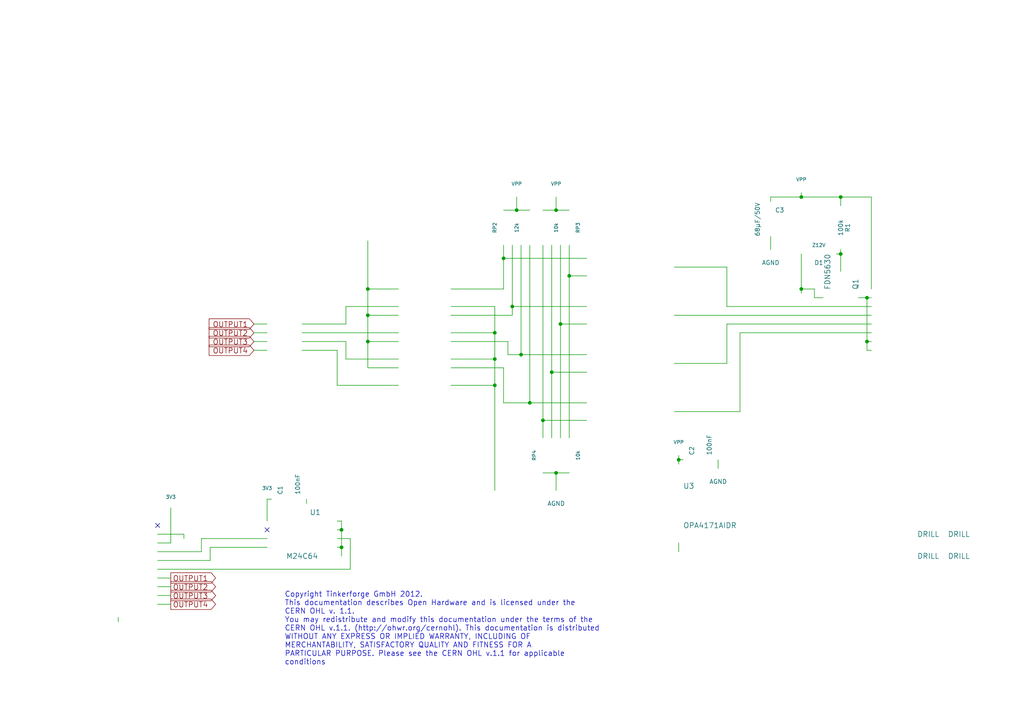
<source format=kicad_sch>
(kicad_sch (version 20230121) (generator eeschema)
  (paper "A4")
  (title_block (title "Industrial Digital Out 4") (date "28 nov 2012") (rev "1.0") (company "Tinkerforge GmbH") (comment 1 "Licensed under CERN OHL v.1.1") (comment 2 "Copyright (©) 2012, B.Nordmeyer <bastian@tinkerforge.com>"))
  (lib_symbols)
  (junction (at 146.05 74.93))
  (junction (at 157.48 121.92))
  (junction (at 148.59 88.9))
  (junction (at 99.06 153.67))
  (junction (at 161.29 137.16))
  (junction (at 143.51 104.14))
  (junction (at 106.68 91.44))
  (junction (at 149.86 60.96))
  (junction (at 243.84 57.15))
  (junction (at 243.84 73.66))
  (junction (at 143.51 111.76))
  (junction (at 251.46 86.36))
  (junction (at 106.68 99.06))
  (junction (at 196.85 133.35))
  (junction (at 99.06 158.75))
  (junction (at 162.56 93.98))
  (junction (at 106.68 83.82))
  (junction (at 165.1 80.01))
  (junction (at 151.13 102.87))
  (junction (at 153.67 116.84))
  (junction (at 232.41 83.82))
  (junction (at 143.51 96.52))
  (junction (at 160.02 107.95))
  (junction (at 161.29 60.96))
  (junction (at 232.41 57.15))
  (junction (at 251.46 99.06))
  (no_connect (at 45.72 152.4))
  (no_connect (at 77.47 153.67))
  (wire (pts (xy 170.18 121.92) (xy 157.48 121.92)))
  (wire (pts (xy 243.84 57.15) (xy 232.41 57.15)))
  (wire (pts (xy 58.42 160.02) (xy 45.72 160.02)))
  (wire (pts (xy 45.72 154.94) (xy 53.34 154.94)))
  (wire (pts (xy 106.68 83.82) (xy 106.68 91.44)))
  (wire (pts (xy 149.86 60.96) (xy 153.67 60.96)))
  (wire (pts (xy 162.56 71.12) (xy 162.56 93.98)))
  (wire (pts (xy 208.28 135.89) (xy 208.28 133.35)))
  (wire (pts (xy 99.06 158.75) (xy 97.79 158.75)))
  (wire (pts (xy 251.46 86.36) (xy 251.46 99.06)))
  (wire (pts (xy 106.68 91.44) (xy 115.57 91.44)))
  (wire (pts (xy 60.96 162.56) (xy 60.96 158.75)))
  (wire (pts (xy 214.63 96.52) (xy 214.63 119.38)))
  (wire (pts (xy 238.76 86.36) (xy 236.22 86.36)))
  (wire (pts (xy 157.48 121.92) (xy 157.48 127)))
  (wire (pts (xy 106.68 69.85) (xy 106.68 83.82)))
  (wire (pts (xy 232.41 57.15) (xy 223.52 57.15)))
  (wire (pts (xy 165.1 80.01) (xy 165.1 71.12)))
  (wire (pts (xy 160.02 107.95) (xy 160.02 71.12)))
  (wire (pts (xy 148.59 71.12) (xy 148.59 88.9)))
  (wire (pts (xy 236.22 83.82) (xy 232.41 83.82)))
  (wire (pts (xy 223.52 57.15) (xy 223.52 58.42)))
  (wire (pts (xy 99.06 151.13) (xy 97.79 151.13)))
  (wire (pts (xy 45.72 157.48) (xy 49.53 157.48)))
  (wire (pts (xy 87.63 99.06) (xy 100.33 99.06)))
  (wire (pts (xy 223.52 72.39) (xy 223.52 68.58)))
  (wire (pts (xy 242.57 73.66) (xy 243.84 73.66)))
  (wire (pts (xy 232.41 83.82) (xy 232.41 85.09)))
  (wire (pts (xy 146.05 74.93) (xy 146.05 83.82)))
  (wire (pts (xy 143.51 96.52) (xy 143.51 104.14)))
  (wire (pts (xy 146.05 71.12) (xy 146.05 74.93)))
  (wire (pts (xy 170.18 80.01) (xy 165.1 80.01)))
  (wire (pts (xy 146.05 60.96) (xy 149.86 60.96)))
  (wire (pts (xy 165.1 127) (xy 165.1 80.01)))
  (wire (pts (xy 143.51 104.14) (xy 143.51 111.76)))
  (wire (pts (xy 170.18 93.98) (xy 162.56 93.98)))
  (wire (pts (xy 73.66 101.6) (xy 77.47 101.6)))
  (wire (pts (xy 196.85 132.08) (xy 196.85 133.35)))
  (wire (pts (xy 170.18 107.95) (xy 160.02 107.95)))
  (wire (pts (xy 210.82 88.9) (xy 210.82 77.47)))
  (wire (pts (xy 196.85 160.02) (xy 196.85 157.48)))
  (wire (pts (xy 252.73 57.15) (xy 243.84 57.15)))
  (wire (pts (xy 160.02 127) (xy 160.02 107.95)))
  (wire (pts (xy 87.63 101.6) (xy 97.79 101.6)))
  (wire (pts (xy 106.68 99.06) (xy 115.57 99.06)))
  (wire (pts (xy 252.73 93.98) (xy 210.82 93.98)))
  (wire (pts (xy 106.68 99.06) (xy 106.68 106.68)))
  (wire (pts (xy 115.57 83.82) (xy 106.68 83.82)))
  (wire (pts (xy 162.56 93.98) (xy 162.56 127)))
  (wire (pts (xy 251.46 86.36) (xy 252.73 86.36)))
  (wire (pts (xy 243.84 73.66) (xy 243.84 72.39)))
  (wire (pts (xy 106.68 106.68) (xy 115.57 106.68)))
  (wire (pts (xy 210.82 105.41) (xy 195.58 105.41)))
  (wire (pts (xy 243.84 78.74) (xy 243.84 73.66)))
  (wire (pts (xy 143.51 111.76) (xy 143.51 142.24)))
  (wire (pts (xy 77.47 99.06) (xy 73.66 99.06)))
  (wire (pts (xy 251.46 99.06) (xy 251.46 101.6)))
  (wire (pts (xy 99.06 161.29) (xy 99.06 158.75)))
  (wire (pts (xy 100.33 104.14) (xy 115.57 104.14)))
  (wire (pts (xy 130.81 111.76) (xy 143.51 111.76)))
  (wire (pts (xy 97.79 153.67) (xy 99.06 153.67)))
  (wire (pts (xy 97.79 111.76) (xy 115.57 111.76)))
  (wire (pts (xy 49.53 172.72) (xy 45.72 172.72)))
  (wire (pts (xy 161.29 60.96) (xy 165.1 60.96)))
  (wire (pts (xy 196.85 133.35) (xy 196.85 134.62)))
  (wire (pts (xy 77.47 96.52) (xy 73.66 96.52)))
  (wire (pts (xy 148.59 91.44) (xy 130.81 91.44)))
  (wire (pts (xy 252.73 88.9) (xy 210.82 88.9)))
  (wire (pts (xy 210.82 93.98) (xy 210.82 105.41)))
  (wire (pts (xy 252.73 99.06) (xy 251.46 99.06)))
  (wire (pts (xy 99.06 158.75) (xy 99.06 153.67)))
  (wire (pts (xy 87.63 96.52) (xy 115.57 96.52)))
  (wire (pts (xy 149.86 60.96) (xy 149.86 57.15)))
  (wire (pts (xy 77.47 144.78) (xy 77.47 151.13)))
  (wire (pts (xy 236.22 86.36) (xy 236.22 83.82)))
  (wire (pts (xy 147.32 102.87) (xy 147.32 99.06)))
  (wire (pts (xy 88.9 146.05) (xy 88.9 144.78)))
  (wire (pts (xy 195.58 91.44) (xy 252.73 91.44)))
  (wire (pts (xy 157.48 137.16) (xy 161.29 137.16)))
  (wire (pts (xy 146.05 74.93) (xy 170.18 74.93)))
  (wire (pts (xy 232.41 57.15) (xy 232.41 55.88)))
  (wire (pts (xy 100.33 99.06) (xy 100.33 104.14)))
  (wire (pts (xy 210.82 77.47) (xy 195.58 77.47)))
  (wire (pts (xy 146.05 116.84) (xy 153.67 116.84)))
  (wire (pts (xy 34.29 180.34) (xy 34.29 179.07)))
  (wire (pts (xy 232.41 73.66) (xy 232.41 83.82)))
  (wire (pts (xy 130.81 104.14) (xy 143.51 104.14)))
  (wire (pts (xy 97.79 156.21) (xy 101.6 156.21)))
  (wire (pts (xy 100.33 88.9) (xy 115.57 88.9)))
  (wire (pts (xy 252.73 83.82) (xy 252.73 57.15)))
  (wire (pts (xy 198.12 133.35) (xy 196.85 133.35)))
  (wire (pts (xy 151.13 102.87) (xy 147.32 102.87)))
  (wire (pts (xy 53.34 154.94) (xy 53.34 156.21)))
  (wire (pts (xy 153.67 71.12) (xy 153.67 116.84)))
  (wire (pts (xy 77.47 156.21) (xy 58.42 156.21)))
  (wire (pts (xy 157.48 71.12) (xy 157.48 121.92)))
  (wire (pts (xy 161.29 60.96) (xy 161.29 57.15)))
  (wire (pts (xy 161.29 137.16) (xy 165.1 137.16)))
  (wire (pts (xy 49.53 157.48) (xy 49.53 147.32)))
  (wire (pts (xy 106.68 91.44) (xy 106.68 99.06)))
  (wire (pts (xy 243.84 59.69) (xy 243.84 57.15)))
  (wire (pts (xy 97.79 101.6) (xy 97.79 111.76)))
  (wire (pts (xy 73.66 93.98) (xy 77.47 93.98)))
  (wire (pts (xy 45.72 175.26) (xy 49.53 175.26)))
  (wire (pts (xy 153.67 116.84) (xy 170.18 116.84)))
  (wire (pts (xy 248.92 86.36) (xy 251.46 86.36)))
  (wire (pts (xy 151.13 71.12) (xy 151.13 102.87)))
  (wire (pts (xy 45.72 170.18) (xy 49.53 170.18)))
  (wire (pts (xy 99.06 153.67) (xy 99.06 151.13)))
  (wire (pts (xy 101.6 156.21) (xy 101.6 165.1)))
  (wire (pts (xy 78.74 144.78) (xy 77.47 144.78)))
  (wire (pts (xy 251.46 101.6) (xy 252.73 101.6)))
  (wire (pts (xy 130.81 106.68) (xy 146.05 106.68)))
  (wire (pts (xy 100.33 93.98) (xy 100.33 88.9)))
  (wire (pts (xy 130.81 96.52) (xy 143.51 96.52)))
  (wire (pts (xy 170.18 102.87) (xy 151.13 102.87)))
  (wire (pts (xy 146.05 106.68) (xy 146.05 116.84)))
  (wire (pts (xy 147.32 99.06) (xy 130.81 99.06)))
  (wire (pts (xy 45.72 162.56) (xy 60.96 162.56)))
  (wire (pts (xy 49.53 167.64) (xy 45.72 167.64)))
  (wire (pts (xy 143.51 88.9) (xy 143.51 96.52)))
  (wire (pts (xy 58.42 156.21) (xy 58.42 160.02)))
  (wire (pts (xy 214.63 119.38) (xy 195.58 119.38)))
  (wire (pts (xy 87.63 93.98) (xy 100.33 93.98)))
  (wire (pts (xy 161.29 137.16) (xy 161.29 142.24)))
  (wire (pts (xy 252.73 96.52) (xy 214.63 96.52)))
  (wire (pts (xy 157.48 60.96) (xy 161.29 60.96)))
  (wire (pts (xy 60.96 158.75) (xy 77.47 158.75)))
  (wire (pts (xy 146.05 83.82) (xy 130.81 83.82)))
  (wire (pts (xy 148.59 88.9) (xy 170.18 88.9)))
  (wire (pts (xy 130.81 88.9) (xy 143.51 88.9)))
  (wire (pts (xy 148.59 88.9) (xy 148.59 91.44)))
  (wire (pts (xy 101.6 165.1) (xy 45.72 165.1)))
  (text "Copyright Tinkerforge GmbH 2012.\nThis documentation describes Open Hardware and is licensed under the\nCERN OHL v. 1.1.\nYou may redistribute and modify this documentation under the terms of the\nCERN OHL v.1.1. (http://ohwr.org/cernohl). This documentation is distributed\nWITHOUT ANY EXPRESS OR IMPLIED WARRANTY, INCLUDING OF\nMERCHANTABILITY, SATISFACTORY QUALITY AND FITNESS FOR A\nPARTICULAR PURPOSE. Please see the CERN OHL v.1.1 for applicable\nconditions\n" (at 82.55 193.04 0) (effects (font (size 1.524 1.524)) (justify left bottom)))
  (global_label "OUTPUT3" (shape input) (at 73.66 99.06 180) (effects (font (size 1.524 1.524))) (property "Intersheetrefs" "${INTERSHEET_REFS}" (effects hide)))
  (global_label "OUTPUT2" (shape output) (at 49.53 170.18 0) (effects (font (size 1.524 1.524))) (property "Intersheetrefs" "${INTERSHEET_REFS}" (effects hide)))
  (global_label "OUTPUT3" (shape output) (at 49.53 172.72 0) (effects (font (size 1.524 1.524))) (property "Intersheetrefs" "${INTERSHEET_REFS}" (effects hide)))
  (global_label "OUTPUT4" (shape input) (at 73.66 101.6 180) (effects (font (size 1.524 1.524))) (property "Intersheetrefs" "${INTERSHEET_REFS}" (effects hide)))
  (global_label "OUTPUT1" (shape input) (at 73.66 93.98 180) (effects (font (size 1.524 1.524))) (property "Intersheetrefs" "${INTERSHEET_REFS}" (effects hide)))
  (global_label "OUTPUT4" (shape output) (at 49.53 175.26 0) (effects (font (size 1.524 1.524))) (property "Intersheetrefs" "${INTERSHEET_REFS}" (effects hide)))
  (global_label "OUTPUT2" (shape input) (at 73.66 96.52 180) (effects (font (size 1.524 1.524))) (property "Intersheetrefs" "${INTERSHEET_REFS}" (effects hide)))
  (global_label "OUTPUT1" (shape output) (at 49.53 167.64 0) (effects (font (size 1.524 1.524))) (property "Intersheetrefs" "${INTERSHEET_REFS}" (effects hide)))
  (symbol (lib_id "CAT24C") (at 87.63 161.29 0) (mirror y) (unit 1)
    (property "Reference" "U1" (at 91.44 148.59 0) (effects (font (size 1.524 1.524))))
    (property "Value" "M24C64" (at 87.63 161.29 0) (effects (font (size 1.524 1.524))))
    (property "Footprint" "SOIC8" (effects hide))
  )
  (symbol (lib_id "CON-SENSOR") (at 34.29 163.83 0) (mirror y) (unit 1)
    (property "Reference" "P1" (at 29.21 149.86 0) (effects (font (size 1.524 1.524))))
    (property "Value" "CON-SENSOR" (at 29.21 163.83 90) (effects (font (size 1.524 1.524))))
    (property "Footprint" "CON-SENSOR" (effects hide))
  )
  (symbol (lib_id "LTV-847") (at 123.19 99.06 0) (unit 1)
    (property "Reference" "U2" (at 115.57 76.2 0) (effects (font (size 1.524 1.524))))
    (property "Value" "LTV846S" (at 123.19 121.92 0) (effects (font (size 1.524 1.524))))
    (property "Footprint" "OPTO-SMD16" (effects hide))
  )
  (symbol (lib_id "3V3") (at 49.53 147.32 0) (unit 1)
    (property "Reference" "#PWR013" (effects hide))
    (property "Value" "3V3" (at 49.53 144.145 0) (effects (font (size 1.016 1.016))))
  )
  (symbol (lib_id "3V3") (at 77.47 144.78 0) (unit 1)
    (property "Reference" "#PWR012" (effects hide))
    (property "Value" "3V3" (at 77.47 141.605 0) (effects (font (size 1.016 1.016))))
  )
  (symbol (lib_id "3V3") (at 106.68 69.85 0) (unit 1)
    (property "Reference" "#PWR011" (effects hide))
    (property "Value" "3V3" (at 106.68 66.675 0) (effects (font (size 1.016 1.016))))
  )
  (symbol (lib_id "GND") (at 99.06 161.29 0) (unit 1)
    (property "Reference" "#PWR010" (effects hide))
    (property "Value" "GND" (effects hide))
  )
  (symbol (lib_id "GND") (at 88.9 146.05 0) (unit 1)
    (property "Reference" "#PWR09" (effects hide))
    (property "Value" "GND" (effects hide))
  )
  (symbol (lib_id "C") (at 83.82 144.78 90) (unit 1)
    (property "Reference" "C1" (at 81.28 143.51 0) (effects (justify left)))
    (property "Value" "100nF" (at 86.36 143.51 0) (effects (justify left)))
    (property "Footprint" "C0603" (effects hide))
  )
  (symbol (lib_id "GND") (at 53.34 156.21 0) (unit 1)
    (property "Reference" "#PWR08" (effects hide))
    (property "Value" "GND" (effects hide))
  )
  (symbol (lib_id "CONN_8") (at 261.62 92.71 0) (unit 1)
    (property "Reference" "P2" (at 260.35 92.71 90) (effects (font (size 1.524 1.524))))
    (property "Value" "Digital Output" (at 262.89 92.71 90) (effects (font (size 1.524 1.524))))
    (property "Footprint" "OQ_8P" (effects hide))
  )
  (symbol (lib_id "DRILL") (at 278.13 161.29 0) (unit 1)
    (property "Reference" "U7" (effects hide))
    (property "Value" "DRILL" (at 278.13 161.29 0) (effects (font (size 1.524 1.524))))
    (property "Footprint" "DRILL_NP" (effects hide))
  )
  (symbol (lib_id "DRILL") (at 278.13 154.94 0) (unit 1)
    (property "Reference" "U6" (effects hide))
    (property "Value" "DRILL" (at 278.13 154.94 0) (effects (font (size 1.524 1.524))))
    (property "Footprint" "DRILL_NP" (effects hide))
  )
  (symbol (lib_id "DRILL") (at 269.24 154.94 0) (unit 1)
    (property "Reference" "U4" (effects hide))
    (property "Value" "DRILL" (at 269.24 154.94 0) (effects (font (size 1.524 1.524))))
    (property "Footprint" "DRILL_NP" (effects hide))
  )
  (symbol (lib_id "DRILL") (at 269.24 161.29 0) (unit 1)
    (property "Reference" "U5" (effects hide))
    (property "Value" "DRILL" (at 269.24 161.29 0) (effects (font (size 1.524 1.524))))
    (property "Footprint" "DRILL_NP" (effects hide))
  )
  (symbol (lib_id "GND") (at 34.29 180.34 0) (unit 1)
    (property "Reference" "#PWR07" (effects hide))
    (property "Value" "GND" (effects hide))
  )
  (symbol (lib_id "R_PACK4") (at 82.55 102.87 0) (unit 1)
    (property "Reference" "RP1" (at 82.55 91.44 0) (effects (font (size 1.016 1.016))))
    (property "Value" "1k" (at 82.55 104.14 0) (effects (font (size 1.016 1.016))))
    (property "Footprint" "0603X4" (effects hide))
  )
  (symbol (lib_id "LMV344") (at 182.88 119.38 0) (mirror x) (unit 1)
    (property "Reference" "U3" (at 181.61 124.46 0) (effects (font (size 1.524 1.524)) (justify left)))
    (property "Value" "OPA4171AIDR" (at 181.61 113.03 0) (effects (font (size 1.524 1.524)) (justify left)))
    (property "Footprint" "SOP14" (effects hide))
  )
  (symbol (lib_id "LMV344") (at 182.88 105.41 0) (mirror x) (unit 2)
    (property "Reference" "U3" (at 181.61 110.49 0) (effects (font (size 1.524 1.524)) (justify left)))
    (property "Value" "OPA4171AIDR" (at 181.61 99.06 0) (effects (font (size 1.524 1.524)) (justify left)))
    (property "Footprint" "SOP14" (effects hide))
  )
  (symbol (lib_id "LMV344") (at 182.88 91.44 0) (mirror x) (unit 3)
    (property "Reference" "U3" (at 181.61 96.52 0) (effects (font (size 1.524 1.524)) (justify left)))
    (property "Value" "OPA4171AIDR" (at 181.61 85.09 0) (effects (font (size 1.524 1.524)) (justify left)))
    (property "Footprint" "SOP14" (effects hide))
  )
  (symbol (lib_id "LMV344") (at 182.88 77.47 0) (mirror x) (unit 4)
    (property "Reference" "U3" (at 181.61 82.55 0) (effects (font (size 1.524 1.524)) (justify left)))
    (property "Value" "OPA4171AIDR" (at 181.61 71.12 0) (effects (font (size 1.524 1.524)) (justify left)))
    (property "Footprint" "SOP14" (effects hide))
  )
  (symbol (lib_id "LMV344") (at 199.39 146.05 0) (unit 5)
    (property "Reference" "U3" (at 198.12 140.97 0) (effects (font (size 1.524 1.524)) (justify left)))
    (property "Value" "OPA4171AIDR" (at 198.12 152.4 0) (effects (font (size 1.524 1.524)) (justify left)))
    (property "Footprint" "SOP14" (effects hide))
  )
  (symbol (lib_id "R_PACK4") (at 166.37 66.04 90) (unit 1)
    (property "Reference" "RP3" (at 167.64 66.04 0) (effects (font (size 1.016 1.016))))
    (property "Value" "10k" (at 161.29 66.04 0) (effects (font (size 1.016 1.016))))
    (property "Footprint" "1206X4" (effects hide))
  )
  (symbol (lib_id "R_PACK4") (at 166.37 132.08 90) (unit 1)
    (property "Reference" "RP4" (at 154.94 132.08 0) (effects (font (size 1.016 1.016))))
    (property "Value" "10k" (at 167.64 132.08 0) (effects (font (size 1.016 1.016))))
    (property "Footprint" "1206X4" (effects hide))
  )
  (symbol (lib_id "AGND") (at 161.29 142.24 0) (unit 1)
    (property "Reference" "#PWR06" (effects hide))
    (property "Value" "AGND" (at 161.29 146.05 0))
  )
  (symbol (lib_id "AGND") (at 143.51 142.24 0) (unit 1)
    (property "Reference" "#PWR05" (effects hide))
    (property "Value" "AGND" (at 143.51 146.05 0))
  )
  (symbol (lib_id "AGND") (at 196.85 160.02 0) (unit 1)
    (property "Reference" "#PWR04" (effects hide))
    (property "Value" "AGND" (at 196.85 163.83 0))
  )
  (symbol (lib_id "VPP") (at 196.85 132.08 0) (unit 1)
    (property "Reference" "#PWR12" (effects hide))
    (property "Value" "VPP" (at 196.85 128.27 0) (effects (font (size 1.016 1.016))))
  )
  (symbol (lib_id "C") (at 203.2 133.35 90) (unit 1)
    (property "Reference" "C2" (at 200.66 132.08 0) (effects (justify left)))
    (property "Value" "100nF" (at 205.74 132.08 0) (effects (justify left)))
    (property "Footprint" "C0805" (effects hide))
  )
  (symbol (lib_id "AGND") (at 208.28 135.89 0) (unit 1)
    (property "Reference" "#PWR03" (effects hide))
    (property "Value" "AGND" (at 208.28 139.7 0))
  )
  (symbol (lib_id "VPP") (at 161.29 57.15 0) (unit 1)
    (property "Reference" "#PWR10" (effects hide))
    (property "Value" "VPP" (at 161.29 53.34 0) (effects (font (size 1.016 1.016))))
  )
  (symbol (lib_id "VPP") (at 232.41 55.88 0) (unit 1)
    (property "Reference" "#PWR16" (effects hide))
    (property "Value" "VPP" (at 232.41 52.07 0) (effects (font (size 1.016 1.016))))
  )
  (symbol (lib_id "AGND") (at 232.41 85.09 0) (unit 1)
    (property "Reference" "#PWR02" (effects hide))
    (property "Value" "AGND" (at 232.41 88.9 0))
  )
  (symbol (lib_id "CP1") (at 223.52 63.5 0) (unit 1)
    (property "Reference" "C3" (at 224.79 60.96 0) (effects (justify left)))
    (property "Value" "68µF/50V" (at 219.71 68.58 90) (effects (justify left)))
    (property "Footprint" "ELKO_83" (effects hide))
  )
  (symbol (lib_id "R_PACK4") (at 154.94 66.04 90) (unit 1)
    (property "Reference" "RP2" (at 143.51 66.04 0) (effects (font (size 1.016 1.016))))
    (property "Value" "12k" (at 149.86 66.04 0) (effects (font (size 1.016 1.016))))
    (property "Footprint" "1206X4" (effects hide))
  )
  (symbol (lib_id "VPP") (at 149.86 57.15 0) (unit 1)
    (property "Reference" "#PWR9" (effects hide))
    (property "Value" "VPP" (at 149.86 53.34 0) (effects (font (size 1.016 1.016))))
  )
  (symbol (lib_id "MOSFET_N_CH") (at 243.84 83.82 270) (unit 1)
    (property "Reference" "Q1" (at 248.158 84.074 0) (effects (font (size 1.524 1.524)) (justify right)))
    (property "Value" "FDN5630" (at 240.03 84.074 0) (effects (font (size 1.524 1.524)) (justify right)))
    (property "Footprint" "SOT23GDS" (effects hide))
  )
  (symbol (lib_id "AGND") (at 223.52 72.39 0) (unit 1)
    (property "Reference" "#PWR01" (effects hide))
    (property "Value" "AGND" (at 223.52 76.2 0))
  )
  (symbol (lib_id "R") (at 243.84 66.04 0) (unit 1)
    (property "Reference" "R1" (at 245.872 66.04 90))
    (property "Value" "100k" (at 243.84 66.04 90))
    (property "Footprint" "R0603" (effects hide))
  )
  (symbol (lib_id "ZENER") (at 237.49 73.66 180) (unit 1)
    (property "Reference" "D1" (at 237.49 76.2 0))
    (property "Value" "Z12V" (at 237.49 71.12 0) (effects (font (size 1.016 1.016))))
    (property "Footprint" "MiniMelf" (effects hide))
  )
)
</source>
